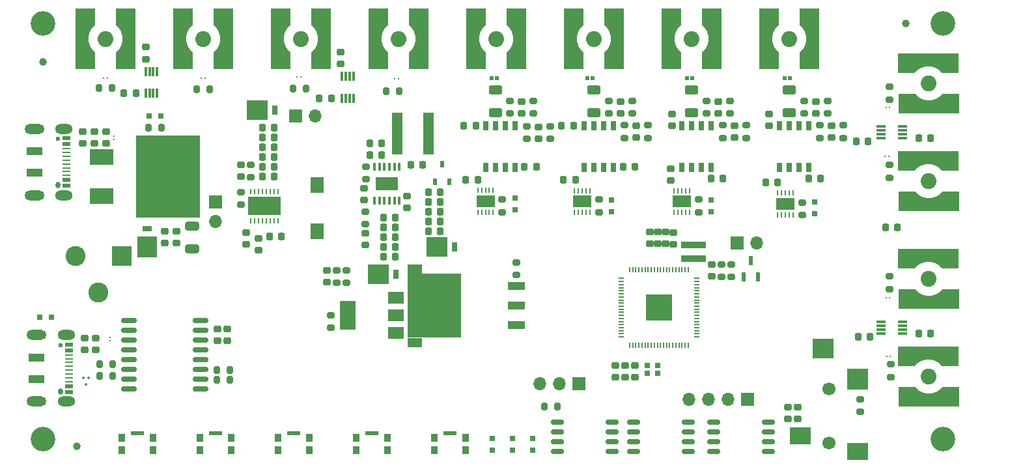
<source format=gbr>
%TF.GenerationSoftware,KiCad,Pcbnew,9.0.0*%
%TF.CreationDate,2025-11-08T16:48:47+03:00*%
%TF.ProjectId,harp.device.quad.dac,68617270-2e64-4657-9669-63652e717561,1.1*%
%TF.SameCoordinates,PX81941e8PY5f5e100*%
%TF.FileFunction,Soldermask,Top*%
%TF.FilePolarity,Negative*%
%FSLAX46Y46*%
G04 Gerber Fmt 4.6, Leading zero omitted, Abs format (unit mm)*
G04 Created by KiCad (PCBNEW 9.0.0) date 2025-11-08 16:48:47*
%MOMM*%
%LPD*%
G01*
G04 APERTURE LIST*
G04 Aperture macros list*
%AMRoundRect*
0 Rectangle with rounded corners*
0 $1 Rounding radius*
0 $2 $3 $4 $5 $6 $7 $8 $9 X,Y pos of 4 corners*
0 Add a 4 corners polygon primitive as box body*
4,1,4,$2,$3,$4,$5,$6,$7,$8,$9,$2,$3,0*
0 Add four circle primitives for the rounded corners*
1,1,$1+$1,$2,$3*
1,1,$1+$1,$4,$5*
1,1,$1+$1,$6,$7*
1,1,$1+$1,$8,$9*
0 Add four rect primitives between the rounded corners*
20,1,$1+$1,$2,$3,$4,$5,0*
20,1,$1+$1,$4,$5,$6,$7,0*
20,1,$1+$1,$6,$7,$8,$9,0*
20,1,$1+$1,$8,$9,$2,$3,0*%
%AMFreePoly0*
4,1,32,6.515355,1.015355,6.530000,0.980000,6.530000,-1.460000,6.515355,-1.495355,6.480000,-1.510000,4.370000,-1.510000,4.334645,-1.495355,4.331733,-1.492182,4.233311,-1.375152,4.010127,-1.166712,3.760982,-0.990846,3.490208,-0.850542,3.202845,-0.748414,2.904254,-0.686366,2.600000,-0.665554,2.295745,-0.686366,1.997154,-0.748414,1.709791,-0.850542,1.439017,-0.990846,1.189872,-1.166712,
0.966688,-1.375152,0.868267,-1.492182,0.834303,-1.509815,0.830000,-1.510000,-1.280000,-1.510000,-1.315355,-1.495355,-1.330000,-1.460000,-1.330000,0.980000,-1.315355,1.015355,-1.280000,1.030000,6.480000,1.030000,6.515355,1.015355,6.515355,1.015355,$1*%
G04 Aperture macros list end*
%ADD10R,0.762000X1.270000*%
%ADD11R,2.670000X2.540000*%
%ADD12R,0.800000X0.800000*%
%ADD13R,1.700000X1.700000*%
%ADD14O,1.700000X1.700000*%
%ADD15R,0.800000X0.700000*%
%ADD16R,0.900000X1.000000*%
%ADD17R,1.700000X0.550000*%
%ADD18RoundRect,0.200000X-0.275000X0.200000X-0.275000X-0.200000X0.275000X-0.200000X0.275000X0.200000X0*%
%ADD19RoundRect,0.200000X0.275000X-0.200000X0.275000X0.200000X-0.275000X0.200000X-0.275000X-0.200000X0*%
%ADD20R,0.762000X1.143000*%
%ADD21RoundRect,0.225000X0.225000X0.250000X-0.225000X0.250000X-0.225000X-0.250000X0.225000X-0.250000X0*%
%ADD22RoundRect,0.225000X-0.250000X0.225000X-0.250000X-0.225000X0.250000X-0.225000X0.250000X0.225000X0*%
%ADD23C,0.600000*%
%ADD24R,2.000000X1.000000*%
%ADD25O,0.600000X0.850000*%
%ADD26R,1.000000X0.520000*%
%ADD27R,1.000000X0.270000*%
%ADD28O,2.300000X1.300000*%
%ADD29O,2.600000X1.300000*%
%ADD30C,3.200000*%
%ADD31R,1.270000X0.762000*%
%ADD32R,2.540000X2.670000*%
%ADD33R,0.280000X0.250000*%
%ADD34R,1.700000X2.000000*%
%ADD35RoundRect,0.250000X-0.650000X0.325000X-0.650000X-0.325000X0.650000X-0.325000X0.650000X0.325000X0*%
%ADD36RoundRect,0.225000X-0.225000X-0.250000X0.225000X-0.250000X0.225000X0.250000X-0.225000X0.250000X0*%
%ADD37C,2.050000*%
%ADD38FreePoly0,180.000000*%
%ADD39FreePoly0,0.000000*%
%ADD40R,0.500000X0.600000*%
%ADD41FreePoly0,270.000000*%
%ADD42FreePoly0,90.000000*%
%ADD43RoundRect,0.225000X0.250000X-0.225000X0.250000X0.225000X-0.250000X0.225000X-0.250000X-0.225000X0*%
%ADD44RoundRect,0.086360X0.538640X0.086360X-0.538640X0.086360X-0.538640X-0.086360X0.538640X-0.086360X0*%
%ADD45R,0.250000X0.700000*%
%ADD46R,2.380000X1.650000*%
%ADD47RoundRect,0.200000X0.200000X0.275000X-0.200000X0.275000X-0.200000X-0.275000X0.200000X-0.275000X0*%
%ADD48RoundRect,0.200000X-0.200000X-0.275000X0.200000X-0.275000X0.200000X0.275000X-0.200000X0.275000X0*%
%ADD49C,1.000000*%
%ADD50R,0.450000X1.016000*%
%ADD51R,2.947000X1.753000*%
%ADD52RoundRect,0.086360X0.086360X-0.538640X0.086360X0.538640X-0.086360X0.538640X-0.086360X-0.538640X0*%
%ADD53RoundRect,0.250000X0.625000X-0.312500X0.625000X0.312500X-0.625000X0.312500X-0.625000X-0.312500X0*%
%ADD54R,0.600000X0.850000*%
%ADD55R,0.780000X0.220000*%
%ADD56R,0.220000X0.780000*%
%ADD57C,0.500000*%
%ADD58R,3.400000X3.400000*%
%ADD59RoundRect,0.162500X-0.650000X-0.162500X0.650000X-0.162500X0.650000X0.162500X-0.650000X0.162500X0*%
%ADD60R,1.430000X5.500000*%
%ADD61RoundRect,0.150000X-0.875000X-0.150000X0.875000X-0.150000X0.875000X0.150000X-0.875000X0.150000X0*%
%ADD62R,3.200000X0.810000*%
%ADD63R,0.600000X1.300000*%
%ADD64R,0.250000X0.280000*%
%ADD65R,4.340000X2.440000*%
%ADD66R,2.160000X1.070000*%
%ADD67R,7.000000X8.330000*%
%ADD68R,1.910000X1.235000*%
%ADD69R,2.600000X2.600000*%
%ADD70C,2.600000*%
%ADD71RoundRect,0.075000X0.075000X0.075000X-0.075000X0.075000X-0.075000X-0.075000X0.075000X-0.075000X0*%
%ADD72R,2.000000X1.500000*%
%ADD73R,2.000000X3.800000*%
%ADD74C,1.700000*%
%ADD75R,2.800000X2.200000*%
%ADD76R,2.800000X2.800000*%
%ADD77R,2.800000X2.600000*%
%ADD78R,3.050000X2.030000*%
%ADD79R,8.380000X10.660000*%
G04 APERTURE END LIST*
D10*
%TO.C,Z3*%
X48896500Y24384000D03*
D11*
X46545500Y24384000D03*
%TD*%
D12*
%TO.C,LED1*%
X61418000Y1536000D03*
X61418000Y3036000D03*
%TD*%
D13*
%TO.C,Jump3*%
X35809000Y44958000D03*
D14*
X38349000Y44958000D03*
%TD*%
D15*
%TO.C,Xtal1*%
X81570000Y11574000D03*
X82870000Y11574000D03*
X82870000Y12574000D03*
X81570000Y12574000D03*
%TD*%
D16*
%TO.C,SW2*%
X27450000Y3145000D03*
X27450000Y1545000D03*
X23350000Y1545000D03*
X23350000Y3145000D03*
D17*
X25400000Y3770000D03*
%TD*%
D10*
%TO.C,Z4*%
X56516500Y27940000D03*
D11*
X54165500Y27940000D03*
%TD*%
D18*
%TO.C,R11*%
X92456000Y25717000D03*
X92456000Y24067000D03*
%TD*%
D19*
%TO.C,R40*%
X66726000Y45285000D03*
X66726000Y46935000D03*
%TD*%
D18*
%TO.C,R101*%
X113047000Y24117000D03*
X113047000Y22467000D03*
%TD*%
D20*
%TO.C,U13*%
X60503000Y38318000D03*
X61773000Y38318000D03*
X63043000Y38318000D03*
X64313000Y38318000D03*
X64313000Y43742000D03*
X63043000Y43742000D03*
X61773000Y43742000D03*
X60503000Y43742000D03*
%TD*%
D21*
%TO.C,C148*%
X40450000Y47311000D03*
X38900000Y47311000D03*
%TD*%
D22*
%TO.C,C151*%
X16307000Y53928000D03*
X16307000Y52378000D03*
%TD*%
D23*
%TO.C,J1*%
X4950000Y42000000D03*
D24*
X1850000Y40400000D03*
X1850000Y37600000D03*
D25*
X4950000Y36000000D03*
D26*
X6050000Y42100000D03*
X6050000Y41350000D03*
D27*
X6050000Y40750000D03*
X6050000Y39250000D03*
X6050000Y38250000D03*
X6050000Y37250000D03*
D26*
X6050000Y36650000D03*
X6050000Y35900000D03*
X6050000Y35900000D03*
X6050000Y36650000D03*
D27*
X6050000Y37750000D03*
X6050000Y38750000D03*
X6050000Y39750000D03*
X6050000Y40250000D03*
D26*
X6050000Y41350000D03*
X6050000Y42100000D03*
D28*
X5675000Y43320000D03*
D29*
X1850000Y43320000D03*
D28*
X5675000Y34680000D03*
D29*
X1850000Y34680000D03*
%TD*%
D30*
%TO.C,H1*%
X120000000Y57000000D03*
%TD*%
D19*
%TO.C,R34*%
X104953000Y45285000D03*
X104953000Y46935000D03*
%TD*%
D22*
%TO.C,C97*%
X25654000Y17285000D03*
X25654000Y15735000D03*
%TD*%
D31*
%TO.C,Z1*%
X16510000Y30354500D03*
D32*
X16510000Y28003500D03*
%TD*%
D33*
%TO.C,TVS7*%
X113013000Y46110000D03*
X112573000Y46110000D03*
%TD*%
D34*
%TO.C,L3*%
X38608000Y30020000D03*
X38608000Y36020000D03*
%TD*%
D35*
%TO.C,C120*%
X22352000Y30685000D03*
X22352000Y27735000D03*
%TD*%
D36*
%TO.C,C47*%
X57696000Y43697000D03*
X59246000Y43697000D03*
%TD*%
D21*
%TO.C,C143*%
X48781000Y29210000D03*
X47231000Y29210000D03*
%TD*%
D22*
%TO.C,C5*%
X81853801Y29909806D03*
X81853801Y28359806D03*
%TD*%
D18*
%TO.C,R37*%
X91364000Y43760000D03*
X91364000Y42110000D03*
%TD*%
D13*
%TO.C,J18*%
X94605000Y8128000D03*
D14*
X92065000Y8128000D03*
X89525000Y8128000D03*
X86985000Y8128000D03*
%TD*%
D37*
%TO.C,J8*%
X118127000Y49200000D03*
D38*
X120727000Y46300000D03*
D39*
X115527000Y52100000D03*
%TD*%
D40*
%TO.C,TVS18*%
X74442000Y49920000D03*
X73742000Y49920000D03*
%TD*%
D37*
%TO.C,J15*%
X23800000Y55000000D03*
D41*
X26700000Y57600000D03*
D42*
X20900000Y52400000D03*
%TD*%
D18*
%TO.C,R107*%
X41148000Y24955000D03*
X41148000Y23305000D03*
%TD*%
D21*
%TO.C,C119*%
X47003000Y41402000D03*
X45453000Y41402000D03*
%TD*%
D43*
%TO.C,C52*%
X90729000Y45335000D03*
X90729000Y46885000D03*
%TD*%
D18*
%TO.C,R117*%
X44882000Y32575000D03*
X44882000Y30925000D03*
%TD*%
D43*
%TO.C,C6*%
X78664000Y11045000D03*
X78664000Y12595000D03*
%TD*%
D12*
%TO.C,LED8*%
X2552000Y18796000D03*
X4052000Y18796000D03*
%TD*%
D36*
%TO.C,C106*%
X112509000Y30480000D03*
X114059000Y30480000D03*
%TD*%
D21*
%TO.C,C131*%
X33033000Y42164000D03*
X31483000Y42164000D03*
%TD*%
%TO.C,C125*%
X33033000Y40894000D03*
X31483000Y40894000D03*
%TD*%
D44*
%TO.C,U24*%
X114770000Y16700000D03*
X114770000Y17200000D03*
X114770000Y17700000D03*
X114770000Y18200000D03*
X111970000Y18200000D03*
X111970000Y17700000D03*
X111970000Y17200000D03*
X111970000Y16700000D03*
%TD*%
D45*
%TO.C,U8*%
X72051000Y32427500D03*
X72551000Y32427500D03*
X73051000Y32427500D03*
X73551000Y32427500D03*
X74051000Y32427500D03*
X74051000Y35277500D03*
X73551000Y35277500D03*
X73051000Y35277500D03*
X72551000Y35277500D03*
X72051000Y35277500D03*
D46*
X73051000Y33852500D03*
%TD*%
D33*
%TO.C,TVS15*%
X23580000Y49920000D03*
X24020000Y49920000D03*
%TD*%
D19*
%TO.C,R100*%
X113174000Y11037000D03*
X113174000Y12687000D03*
%TD*%
D22*
%TO.C,C98*%
X99822000Y7125000D03*
X99822000Y5575000D03*
%TD*%
D47*
%TO.C,R128*%
X37147000Y48514000D03*
X35497000Y48514000D03*
%TD*%
D20*
%TO.C,U11*%
X86030000Y38318000D03*
X87300000Y38318000D03*
X88570000Y38318000D03*
X89840000Y38318000D03*
X89840000Y43742000D03*
X88570000Y43742000D03*
X87300000Y43742000D03*
X86030000Y43742000D03*
%TD*%
D13*
%TO.C,J17*%
X72629000Y10160000D03*
D14*
X70089000Y10160000D03*
X67549000Y10160000D03*
%TD*%
D48*
%TO.C,R131*%
X22975000Y48454000D03*
X24625000Y48454000D03*
%TD*%
D33*
%TO.C,TVS14*%
X11320000Y49920000D03*
X10880000Y49920000D03*
%TD*%
D49*
%TO.C,FID3*%
X115127000Y57000000D03*
%TD*%
D50*
%TO.C,U26*%
X49301000Y38408500D03*
X48651000Y38408500D03*
X48001000Y38408500D03*
X47351000Y38408500D03*
X46701000Y38408500D03*
X46051000Y38408500D03*
X46051000Y33984500D03*
X46701000Y33984500D03*
X47351000Y33984500D03*
X48001000Y33984500D03*
X48651000Y33984500D03*
X49301000Y33984500D03*
D51*
X47676000Y36196500D03*
%TD*%
D22*
%TO.C,C55*%
X80061000Y43710000D03*
X80061000Y42160000D03*
%TD*%
D19*
%TO.C,R21*%
X75235000Y32458000D03*
X75235000Y34108000D03*
%TD*%
D52*
%TO.C,U31*%
X41846000Y47308000D03*
X42346000Y47308000D03*
X42846000Y47308000D03*
X43346000Y47308000D03*
X43346000Y50108000D03*
X42846000Y50108000D03*
X42346000Y50108000D03*
X41846000Y50108000D03*
%TD*%
D53*
%TO.C,RSh3*%
X74600000Y45409500D03*
X74600000Y48334500D03*
%TD*%
D18*
%TO.C,R124*%
X29972000Y38671000D03*
X29972000Y37021000D03*
%TD*%
D16*
%TO.C,SW3*%
X37610000Y3145000D03*
X37610000Y1545000D03*
X33510000Y1545000D03*
X33510000Y3145000D03*
D17*
X35560000Y3770000D03*
%TD*%
D53*
%TO.C,RSh2*%
X87300000Y45409500D03*
X87300000Y48334500D03*
%TD*%
D19*
%TO.C,R31*%
X81585000Y42110000D03*
X81585000Y43760000D03*
%TD*%
D21*
%TO.C,C124*%
X33033000Y38354000D03*
X31483000Y38354000D03*
%TD*%
D49*
%TO.C,FID1*%
X3000000Y52000000D03*
%TD*%
D54*
%TO.C,D6*%
X53914000Y36442000D03*
X55814000Y36442000D03*
X54864000Y38742000D03*
%TD*%
D55*
%TO.C,U1*%
X78161500Y23866000D03*
X78161500Y23466000D03*
X78161500Y23066000D03*
X78161500Y22666000D03*
X78161500Y22266000D03*
X78161500Y21866000D03*
X78161500Y21466000D03*
X78161500Y21066000D03*
X78161500Y20666000D03*
X78161500Y20266000D03*
X78161500Y19866000D03*
X78161500Y19466000D03*
X78161500Y19066000D03*
X78161500Y18666000D03*
X78161500Y18266000D03*
X78161500Y17866000D03*
X78161500Y17466000D03*
X78161500Y17066000D03*
X78161500Y16666000D03*
X78161500Y16266000D03*
D56*
X79258000Y15169500D03*
X79658000Y15169500D03*
X80058000Y15169500D03*
X80458000Y15169500D03*
X80858000Y15169500D03*
X81258000Y15169500D03*
X81658000Y15169500D03*
X82058000Y15169500D03*
X82458000Y15169500D03*
X82858000Y15169500D03*
X83258000Y15169500D03*
X83658000Y15169500D03*
X84058000Y15169500D03*
X84458000Y15169500D03*
X84858000Y15169500D03*
X85258000Y15169500D03*
X85658000Y15169500D03*
X86058000Y15169500D03*
X86458000Y15169500D03*
X86858000Y15169500D03*
D55*
X87954500Y16266000D03*
X87954500Y16666000D03*
X87954500Y17066000D03*
X87954500Y17466000D03*
X87954500Y17866000D03*
X87954500Y18266000D03*
X87954500Y18666000D03*
X87954500Y19066000D03*
X87954500Y19466000D03*
X87954500Y19866000D03*
X87954500Y20266000D03*
X87954500Y20666000D03*
X87954500Y21066000D03*
X87954500Y21466000D03*
X87954500Y21866000D03*
X87954500Y22266000D03*
X87954500Y22666000D03*
X87954500Y23066000D03*
X87954500Y23466000D03*
X87954500Y23866000D03*
D56*
X86858000Y24962500D03*
X86458000Y24962500D03*
X86058000Y24962500D03*
X85658000Y24962500D03*
X85258000Y24962500D03*
X84858000Y24962500D03*
X84458000Y24962500D03*
X84058000Y24962500D03*
X83658000Y24962500D03*
X83258000Y24962500D03*
X82858000Y24962500D03*
X82458000Y24962500D03*
X82058000Y24962500D03*
X81658000Y24962500D03*
X81258000Y24962500D03*
X80858000Y24962500D03*
X80458000Y24962500D03*
X80058000Y24962500D03*
X79658000Y24962500D03*
X79258000Y24962500D03*
D57*
X82208000Y20916000D03*
X82208000Y20066000D03*
X82208000Y19216000D03*
X83058000Y20916000D03*
X83058000Y20066000D03*
D58*
X83058000Y20066000D03*
D57*
X83058000Y19216000D03*
X83908000Y20916000D03*
X83908000Y20066000D03*
X83908000Y19216000D03*
%TD*%
D43*
%TO.C,C95*%
X9830000Y14601000D03*
X9830000Y16151000D03*
%TD*%
D59*
%TO.C,U3*%
X79724500Y5207000D03*
X79724500Y3937000D03*
X79724500Y2667000D03*
X79724500Y1397000D03*
X86899500Y1397000D03*
X86899500Y2667000D03*
X86899500Y3937000D03*
X86899500Y5207000D03*
%TD*%
D22*
%TO.C,C53*%
X92888000Y43710000D03*
X92888000Y42160000D03*
%TD*%
D60*
%TO.C,L2*%
X53074000Y42672000D03*
X49034000Y42672000D03*
%TD*%
D12*
%TO.C,LED5*%
X89840000Y32533000D03*
X89840000Y34033000D03*
%TD*%
D21*
%TO.C,C34*%
X72200000Y36712000D03*
X70650000Y36712000D03*
%TD*%
D19*
%TO.C,R29*%
X94412000Y42110000D03*
X94412000Y43760000D03*
%TD*%
%TO.C,R19*%
X101651000Y32077000D03*
X101651000Y33727000D03*
%TD*%
D22*
%TO.C,C114*%
X39878000Y24905000D03*
X39878000Y23355000D03*
%TD*%
D40*
%TO.C,TVS16*%
X100096000Y49920000D03*
X99396000Y49920000D03*
%TD*%
D21*
%TO.C,C126*%
X33033000Y43434000D03*
X31483000Y43434000D03*
%TD*%
%TO.C,C134*%
X54623000Y35052000D03*
X53073000Y35052000D03*
%TD*%
%TO.C,C35*%
X59500000Y36712000D03*
X57950000Y36712000D03*
%TD*%
D37*
%TO.C,J13*%
X49200000Y55000000D03*
D41*
X52100000Y57600000D03*
D42*
X46300000Y52400000D03*
%TD*%
D48*
%TO.C,R96*%
X25591000Y11938000D03*
X27241000Y11938000D03*
%TD*%
D36*
%TO.C,C40*%
X89827000Y36839000D03*
X91377000Y36839000D03*
%TD*%
D22*
%TO.C,C150*%
X41656000Y53293000D03*
X41656000Y51743000D03*
%TD*%
D12*
%TO.C,LED3*%
X66598000Y1536000D03*
X66598000Y3036000D03*
%TD*%
D22*
%TO.C,C145*%
X29388000Y29867000D03*
X29388000Y28317000D03*
%TD*%
D59*
%TO.C,U5*%
X90138500Y5207000D03*
X90138500Y3937000D03*
X90138500Y2667000D03*
X90138500Y1397000D03*
X97313500Y1397000D03*
X97313500Y2667000D03*
X97313500Y3937000D03*
X97313500Y5207000D03*
%TD*%
D48*
%TO.C,R113*%
X16701000Y43434000D03*
X18351000Y43434000D03*
%TD*%
D33*
%TO.C,TVS8*%
X113140000Y13767000D03*
X112700000Y13767000D03*
%TD*%
D43*
%TO.C,C9*%
X77394000Y11045000D03*
X77394000Y12595000D03*
%TD*%
D16*
%TO.C,SW4*%
X47770000Y3145000D03*
X47770000Y1545000D03*
X43670000Y1545000D03*
X43670000Y3145000D03*
D17*
X45720000Y3770000D03*
%TD*%
D36*
%TO.C,C41*%
X78397000Y38363000D03*
X79947000Y38363000D03*
%TD*%
D19*
%TO.C,R36*%
X92253000Y45285000D03*
X92253000Y46935000D03*
%TD*%
D22*
%TO.C,C45*%
X84760000Y45234000D03*
X84760000Y43684000D03*
%TD*%
D36*
%TO.C,C42*%
X65570000Y38363000D03*
X67120000Y38363000D03*
%TD*%
D21*
%TO.C,C142*%
X54623000Y32512000D03*
X53073000Y32512000D03*
%TD*%
D13*
%TO.C,Jump1*%
X93213000Y28448000D03*
D14*
X95753000Y28448000D03*
%TD*%
D61*
%TO.C,U22*%
X14146000Y18415000D03*
X14146000Y17145000D03*
X14146000Y15875000D03*
X14146000Y14605000D03*
X14146000Y13335000D03*
X14146000Y12065000D03*
X14146000Y10795000D03*
X14146000Y9525000D03*
X23446000Y9525000D03*
X23446000Y10795000D03*
X23446000Y12065000D03*
X23446000Y13335000D03*
X23446000Y14605000D03*
X23446000Y15875000D03*
X23446000Y17145000D03*
X23446000Y18415000D03*
%TD*%
D62*
%TO.C,L1*%
X87554000Y26414000D03*
X87554000Y28214000D03*
%TD*%
D37*
%TO.C,J6*%
X118127000Y23800000D03*
D38*
X120727000Y20900000D03*
D39*
X115527000Y26700000D03*
%TD*%
D22*
%TO.C,C147*%
X30988000Y29105000D03*
X30988000Y27555000D03*
%TD*%
%TO.C,C44*%
X97333000Y45234000D03*
X97333000Y43684000D03*
%TD*%
D36*
%TO.C,C39*%
X102527000Y36839000D03*
X104077000Y36839000D03*
%TD*%
D43*
%TO.C,C99*%
X101092000Y5575000D03*
X101092000Y7125000D03*
%TD*%
D63*
%TO.C,U2*%
X94046000Y24096000D03*
X95946000Y24096000D03*
X94996000Y26196000D03*
%TD*%
D18*
%TO.C,R126*%
X40386000Y19113000D03*
X40386000Y17463000D03*
%TD*%
D48*
%TO.C,R129*%
X47613000Y48200000D03*
X49263000Y48200000D03*
%TD*%
D43*
%TO.C,C54*%
X78029000Y45335000D03*
X78029000Y46885000D03*
%TD*%
D48*
%TO.C,R95*%
X25591000Y10668000D03*
X27241000Y10668000D03*
%TD*%
D18*
%TO.C,R125*%
X28702000Y35115000D03*
X28702000Y33465000D03*
%TD*%
D44*
%TO.C,U23*%
X114770000Y42100000D03*
X114770000Y42600000D03*
X114770000Y43100000D03*
X114770000Y43600000D03*
X111970000Y43600000D03*
X111970000Y43100000D03*
X111970000Y42600000D03*
X111970000Y42100000D03*
%TD*%
D18*
%TO.C,R32*%
X63678000Y46935000D03*
X63678000Y45285000D03*
%TD*%
D30*
%TO.C,H2*%
X3000000Y3000000D03*
%TD*%
D37*
%TO.C,J14*%
X36500000Y55000000D03*
D41*
X39400000Y57600000D03*
D42*
X33600000Y52400000D03*
%TD*%
D30*
%TO.C,H3*%
X3000000Y57000000D03*
%TD*%
D37*
%TO.C,J11*%
X74600000Y55000000D03*
D41*
X77500000Y57600000D03*
D42*
X71700000Y52400000D03*
%TD*%
D36*
%TO.C,C146*%
X32423000Y29346000D03*
X33973000Y29346000D03*
%TD*%
D18*
%TO.C,R28*%
X89205000Y46935000D03*
X89205000Y45285000D03*
%TD*%
D36*
%TO.C,C122*%
X50787000Y38608000D03*
X52337000Y38608000D03*
%TD*%
D21*
%TO.C,C138*%
X48781000Y27940000D03*
X47231000Y27940000D03*
%TD*%
D45*
%TO.C,U6*%
X98492000Y32112000D03*
X98992000Y32112000D03*
X99492000Y32112000D03*
X99992000Y32112000D03*
X100492000Y32112000D03*
X100492000Y34962000D03*
X99992000Y34962000D03*
X99492000Y34962000D03*
X98992000Y34962000D03*
X98492000Y34962000D03*
D46*
X99492000Y33537000D03*
%TD*%
D64*
%TO.C,TVS5*%
X11684000Y15782000D03*
X11684000Y16222000D03*
%TD*%
D37*
%TO.C,J12*%
X61900000Y55000000D03*
D41*
X64800000Y57600000D03*
D42*
X59000000Y52400000D03*
%TD*%
D43*
%TO.C,C111*%
X9668000Y41389000D03*
X9668000Y42939000D03*
%TD*%
D16*
%TO.C,SW1*%
X17290000Y3145000D03*
X17290000Y1545000D03*
X13190000Y1545000D03*
X13190000Y3145000D03*
D17*
X15240000Y3770000D03*
%TD*%
D45*
%TO.C,U9*%
X59503000Y32493000D03*
X60003000Y32493000D03*
X60503000Y32493000D03*
X61003000Y32493000D03*
X61503000Y32493000D03*
X61503000Y35343000D03*
X61003000Y35343000D03*
X60503000Y35343000D03*
X60003000Y35343000D03*
X59503000Y35343000D03*
D46*
X60503000Y33918000D03*
%TD*%
D33*
%TO.C,TVS12*%
X36466000Y50038000D03*
X36026000Y50038000D03*
%TD*%
D21*
%TO.C,C136*%
X54623000Y33782000D03*
X53073000Y33782000D03*
%TD*%
D36*
%TO.C,C101*%
X116827000Y16688000D03*
X118377000Y16688000D03*
%TD*%
D33*
%TO.C,TVS9*%
X113013000Y21387000D03*
X112573000Y21387000D03*
%TD*%
D43*
%TO.C,C128*%
X50292000Y33007000D03*
X50292000Y34557000D03*
%TD*%
D19*
%TO.C,R127*%
X64516000Y24321000D03*
X64516000Y25971000D03*
%TD*%
D45*
%TO.C,U7*%
X85005000Y32427500D03*
X85505000Y32427500D03*
X86005000Y32427500D03*
X86505000Y32427500D03*
X87005000Y32427500D03*
X87005000Y35277500D03*
X86505000Y35277500D03*
X86005000Y35277500D03*
X85505000Y35277500D03*
X85005000Y35277500D03*
D46*
X86005000Y33852500D03*
%TD*%
D21*
%TO.C,C141*%
X48781000Y26670000D03*
X47231000Y26670000D03*
%TD*%
D18*
%TO.C,R41*%
X65837000Y43633000D03*
X65837000Y41983000D03*
%TD*%
D43*
%TO.C,C96*%
X26924000Y15735000D03*
X26924000Y17285000D03*
%TD*%
D45*
%TO.C,U27*%
X33500000Y35174000D03*
X33000000Y35174000D03*
X32500000Y35174000D03*
X32000000Y35174000D03*
X31500000Y35174000D03*
X31000000Y35174000D03*
X30500000Y35174000D03*
X30000000Y35174000D03*
X30000000Y31374000D03*
X30500000Y31374000D03*
X31000000Y31374000D03*
X31500000Y31374000D03*
X32000000Y31374000D03*
X32500000Y31374000D03*
X33000000Y31374000D03*
X33500000Y31374000D03*
D65*
X31750000Y33274000D03*
%TD*%
D43*
%TO.C,C17*%
X89916000Y24117000D03*
X89916000Y25667000D03*
%TD*%
D47*
%TO.C,R17*%
X69837000Y7248000D03*
X68187000Y7248000D03*
%TD*%
D36*
%TO.C,C104*%
X108953000Y16256000D03*
X110503000Y16256000D03*
%TD*%
D43*
%TO.C,C117*%
X18796000Y28435000D03*
X18796000Y29985000D03*
%TD*%
D22*
%TO.C,C57*%
X67361000Y43583000D03*
X67361000Y42033000D03*
%TD*%
D21*
%TO.C,C123*%
X33033000Y37084000D03*
X31483000Y37084000D03*
%TD*%
D19*
%TO.C,R98*%
X113047000Y36945000D03*
X113047000Y38595000D03*
%TD*%
D43*
%TO.C,C112*%
X11192000Y41389000D03*
X11192000Y42939000D03*
%TD*%
D37*
%TO.C,J5*%
X118127000Y11100000D03*
D38*
X120727000Y8200000D03*
D39*
X115527000Y14000000D03*
%TD*%
D18*
%TO.C,R97*%
X109220000Y8191000D03*
X109220000Y6541000D03*
%TD*%
D22*
%TO.C,C51*%
X105461000Y43710000D03*
X105461000Y42160000D03*
%TD*%
D37*
%TO.C,J16*%
X11100000Y55000000D03*
D41*
X14000000Y57600000D03*
D42*
X8200000Y52400000D03*
%TD*%
D43*
%TO.C,C127*%
X44882000Y28181000D03*
X44882000Y29731000D03*
%TD*%
D12*
%TO.C,LED7*%
X64313000Y32787000D03*
X64313000Y34287000D03*
%TD*%
D21*
%TO.C,C139*%
X54623000Y29972000D03*
X53073000Y29972000D03*
%TD*%
D53*
%TO.C,RSh1*%
X100000000Y45409500D03*
X100000000Y48334500D03*
%TD*%
D43*
%TO.C,C8*%
X84901801Y28298250D03*
X84901801Y29848250D03*
%TD*%
D33*
%TO.C,TVS6*%
X112920000Y39760000D03*
X112480000Y39760000D03*
%TD*%
D22*
%TO.C,C130*%
X44704000Y35573000D03*
X44704000Y34023000D03*
%TD*%
D48*
%TO.C,R94*%
X10351000Y12700000D03*
X12001000Y12700000D03*
%TD*%
D19*
%TO.C,R108*%
X42418000Y23305000D03*
X42418000Y24955000D03*
%TD*%
D66*
%TO.C,U30*%
X64495500Y17780000D03*
X64495500Y20320000D03*
X64495500Y22860000D03*
D67*
X53825500Y20320000D03*
D68*
X51280500Y25102500D03*
X51280500Y15537500D03*
%TD*%
D19*
%TO.C,R10*%
X91186000Y24067000D03*
X91186000Y25717000D03*
%TD*%
D21*
%TO.C,C133*%
X48781000Y31750000D03*
X47231000Y31750000D03*
%TD*%
D18*
%TO.C,R39*%
X78537000Y43760000D03*
X78537000Y42110000D03*
%TD*%
D37*
%TO.C,J9*%
X100000000Y55000000D03*
D41*
X102900000Y57600000D03*
D42*
X97100000Y52400000D03*
%TD*%
D18*
%TO.C,R26*%
X101905000Y46935000D03*
X101905000Y45285000D03*
%TD*%
D22*
%TO.C,C118*%
X20320000Y29985000D03*
X20320000Y28435000D03*
%TD*%
D23*
%TO.C,J3*%
X5252000Y15192000D03*
D24*
X2152000Y13592000D03*
X2152000Y10792000D03*
D25*
X5252000Y9192000D03*
D26*
X6352000Y15292000D03*
X6352000Y14542000D03*
D27*
X6352000Y13942000D03*
X6352000Y12442000D03*
X6352000Y11442000D03*
X6352000Y10442000D03*
D26*
X6352000Y9842000D03*
X6352000Y9092000D03*
X6352000Y9092000D03*
X6352000Y9842000D03*
D27*
X6352000Y10942000D03*
X6352000Y11942000D03*
X6352000Y12942000D03*
X6352000Y13442000D03*
D26*
X6352000Y14542000D03*
X6352000Y15292000D03*
D28*
X5977000Y16512000D03*
D29*
X2152000Y16512000D03*
D28*
X5977000Y7872000D03*
D29*
X2152000Y7872000D03*
%TD*%
D47*
%TO.C,R130*%
X11925000Y48650000D03*
X10275000Y48650000D03*
%TD*%
D21*
%TO.C,C121*%
X47003000Y39878000D03*
X45453000Y39878000D03*
%TD*%
D22*
%TO.C,C94*%
X8382000Y16151000D03*
X8382000Y14601000D03*
%TD*%
D12*
%TO.C,LED2*%
X64008000Y1536000D03*
X64008000Y3036000D03*
%TD*%
D20*
%TO.C,U10*%
X98730000Y38318000D03*
X100000000Y38318000D03*
X101270000Y38318000D03*
X102540000Y38318000D03*
X102540000Y43742000D03*
X101270000Y43742000D03*
X100000000Y43742000D03*
X98730000Y43742000D03*
%TD*%
D18*
%TO.C,R35*%
X103937000Y43760000D03*
X103937000Y42110000D03*
%TD*%
D69*
%TO.C,J2*%
X13200000Y26750000D03*
D70*
X7200000Y26750000D03*
X10200000Y22050000D03*
%TD*%
D19*
%TO.C,R22*%
X62662000Y32458000D03*
X62662000Y34108000D03*
%TD*%
D40*
%TO.C,TVS17*%
X87396000Y49920000D03*
X86696000Y49920000D03*
%TD*%
D21*
%TO.C,C149*%
X15050000Y47946000D03*
X13500000Y47946000D03*
%TD*%
D12*
%TO.C,LED9*%
X16776000Y44958000D03*
X18276000Y44958000D03*
%TD*%
D18*
%TO.C,R99*%
X113047000Y48755000D03*
X113047000Y47105000D03*
%TD*%
D12*
%TO.C,LED6*%
X76886000Y32533000D03*
X76886000Y34033000D03*
%TD*%
D71*
%TO.C,TVS4*%
X8910000Y10975000D03*
X8210000Y10975000D03*
X8560000Y10125000D03*
%TD*%
D36*
%TO.C,C103*%
X108699000Y41656000D03*
X110249000Y41656000D03*
%TD*%
D37*
%TO.C,J7*%
X118127000Y36500000D03*
D38*
X120727000Y33600000D03*
D39*
X115527000Y39400000D03*
%TD*%
D21*
%TO.C,C129*%
X33033000Y39624000D03*
X31483000Y39624000D03*
%TD*%
D19*
%TO.C,R27*%
X106985000Y42110000D03*
X106985000Y43760000D03*
%TD*%
D18*
%TO.C,R116*%
X44958000Y38417000D03*
X44958000Y36767000D03*
%TD*%
D64*
%TO.C,TVS11*%
X12208000Y41944000D03*
X12208000Y42384000D03*
%TD*%
D10*
%TO.C,Z2*%
X33148500Y45720000D03*
D11*
X30797500Y45720000D03*
%TD*%
D43*
%TO.C,C56*%
X65202000Y45335000D03*
X65202000Y46885000D03*
%TD*%
D12*
%TO.C,LED4*%
X103302000Y32279000D03*
X103302000Y33779000D03*
%TD*%
D48*
%TO.C,R93*%
X10351000Y11176000D03*
X12001000Y11176000D03*
%TD*%
D30*
%TO.C,H4*%
X120000000Y3000000D03*
%TD*%
D16*
%TO.C,SW5*%
X57930000Y3145000D03*
X57930000Y1545000D03*
X53830000Y1545000D03*
X53830000Y3145000D03*
D17*
X55880000Y3770000D03*
%TD*%
D40*
%TO.C,TVS19*%
X61996000Y49920000D03*
X61296000Y49920000D03*
%TD*%
D21*
%TO.C,C144*%
X54623000Y31242000D03*
X53073000Y31242000D03*
%TD*%
D36*
%TO.C,C46*%
X70396000Y43697000D03*
X71946000Y43697000D03*
%TD*%
%TO.C,C100*%
X116827000Y42088000D03*
X118377000Y42088000D03*
%TD*%
D13*
%TO.C,Jump2*%
X25400000Y33787000D03*
D14*
X25400000Y31247000D03*
%TD*%
D37*
%TO.C,J10*%
X87300000Y55000000D03*
D41*
X90200000Y57600000D03*
D42*
X84400000Y52400000D03*
%TD*%
D59*
%TO.C,U4*%
X69818500Y5207000D03*
X69818500Y3937000D03*
X69818500Y2667000D03*
X69818500Y1397000D03*
X76993500Y1397000D03*
X76993500Y2667000D03*
X76993500Y3937000D03*
X76993500Y5207000D03*
%TD*%
D72*
%TO.C,U29*%
X48870000Y16750000D03*
X48870000Y19050000D03*
D73*
X42570000Y19050000D03*
D72*
X48870000Y21350000D03*
%TD*%
D19*
%TO.C,R38*%
X79553000Y45285000D03*
X79553000Y46935000D03*
%TD*%
%TO.C,R20*%
X88189000Y32458000D03*
X88189000Y34108000D03*
%TD*%
D21*
%TO.C,C135*%
X48781000Y30480000D03*
X47231000Y30480000D03*
%TD*%
D43*
%TO.C,C33*%
X84582000Y36563000D03*
X84582000Y38113000D03*
%TD*%
D22*
%TO.C,C2*%
X82869801Y29909806D03*
X82869801Y28359806D03*
%TD*%
D53*
%TO.C,RSh4*%
X61773000Y45409500D03*
X61773000Y48334500D03*
%TD*%
D43*
%TO.C,C137*%
X28702000Y37071000D03*
X28702000Y38621000D03*
%TD*%
D20*
%TO.C,U12*%
X73330000Y38318000D03*
X74600000Y38318000D03*
X75870000Y38318000D03*
X77140000Y38318000D03*
X77140000Y43742000D03*
X75870000Y43742000D03*
X74600000Y43742000D03*
X73330000Y43742000D03*
%TD*%
D19*
%TO.C,R33*%
X68885000Y41983000D03*
X68885000Y43633000D03*
%TD*%
D33*
%TO.C,TVS13*%
X49166000Y49851000D03*
X48726000Y49851000D03*
%TD*%
D21*
%TO.C,C32*%
X98489000Y36331000D03*
X96939000Y36331000D03*
%TD*%
D49*
%TO.C,FID2*%
X7366000Y2032000D03*
%TD*%
D18*
%TO.C,R30*%
X76505000Y46935000D03*
X76505000Y45285000D03*
%TD*%
D22*
%TO.C,C109*%
X8144000Y42939000D03*
X8144000Y41389000D03*
%TD*%
D43*
%TO.C,C50*%
X103429000Y45335000D03*
X103429000Y46885000D03*
%TD*%
D52*
%TO.C,U32*%
X16319000Y47943000D03*
X16819000Y47943000D03*
X17319000Y47943000D03*
X17819000Y47943000D03*
X17819000Y50743000D03*
X17319000Y50743000D03*
X16819000Y50743000D03*
X16319000Y50743000D03*
%TD*%
D43*
%TO.C,C11*%
X83885801Y28359806D03*
X83885801Y29909806D03*
%TD*%
D74*
%TO.C,J4*%
X105156000Y2500000D03*
X105156000Y9500000D03*
D75*
X101456000Y3400000D03*
X108856000Y1400000D03*
D76*
X108856000Y10800000D03*
D77*
X104406000Y14800000D03*
%TD*%
D43*
%TO.C,C3*%
X79934000Y11045000D03*
X79934000Y12595000D03*
%TD*%
D78*
%TO.C,D5*%
X10629000Y39624000D03*
X10629000Y34544000D03*
D79*
X19244000Y37084000D03*
%TD*%
M02*

</source>
